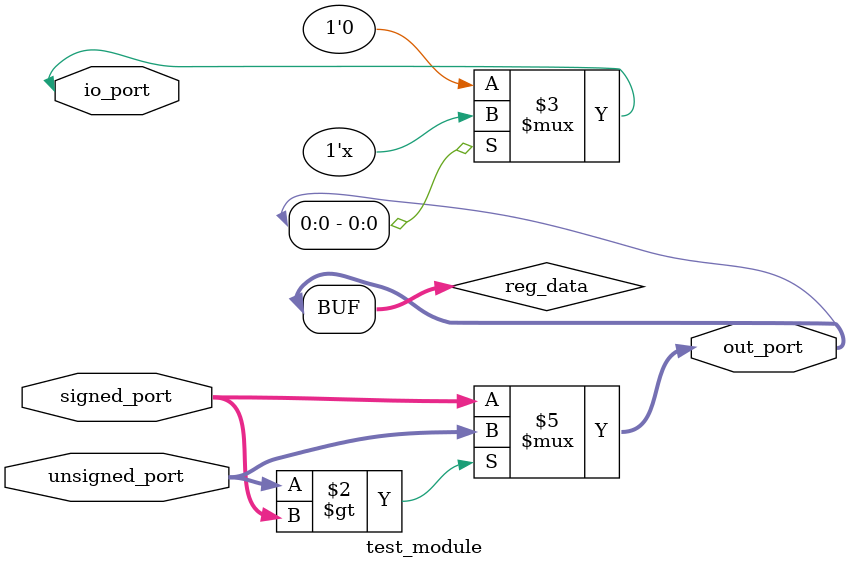
<source format=sv>
module test_module (
    input logic signed [7:0] signed_port,
    input logic [7:0] unsigned_port,
    output logic [7:0] out_port,
    inout logic io_port
);

    logic [7:0] reg_data;

    always_comb begin
        if (unsigned_port > signed_port) // Type difference: unsigned vs signed comparison
            reg_data = unsigned_port;
        else
            reg_data = signed_port;
    end

    assign out_port = reg_data;
    assign io_port = (out_port[0]) ? 1'bz : 1'b0;

endmodule
</source>
